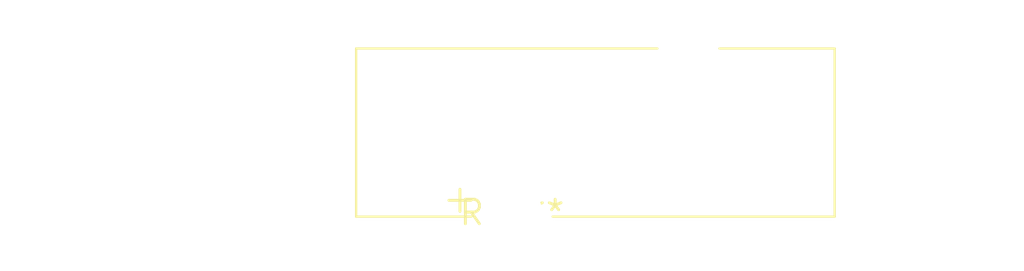
<source format=kicad_pcb>
(kicad_pcb (version 20240108) (generator pcbnew)
  (layers (0 "F.Cu" signal) (31 "B.Cu" signal) (34 "B.Paste" user) (35 "F.Paste" user) (36 "B.SilkS" user "B.Silkscreen") (37 "F.SilkS" user "F.Silkscreen") (38 "B.Mask" user) (39 "F.Mask" user) (44 "Edge.Cuts" user))
  (net 0 "")
  (footprint "Battery_Panasonic_CR2477-VCN_Vertical_CircularHoles" (layer "F.Cu") (at 0 0)
    (property "Reference" "REF**")
    (property "Value" "Battery_Panasonic_CR2477-VCN_Vertical_CircularHoles")
    (fp_line (start -8.085 -8.51) (end -8.085 0.21) (layer "F.SilkS") (stroke (width 0.12)))
    (fp_line (start -8.085 -8.51) (end 7.54 -8.51) (layer "F.SilkS") (stroke (width 0.12)))
    (fp_line (start -8.085 0.21) (end -2.11 0.21) (layer "F.SilkS") (stroke (width 0.12)))
    (fp_line (start 2.11 0.21) (end 16.735 0.21) (layer "F.SilkS") (stroke (width 0.12)))
    (fp_line (start 10.76 -8.51) (end 16.735 -8.51) (layer "F.SilkS") (stroke (width 0.12)))
    (fp_line (start 16.735 -8.51) (end 16.735 0.21) (layer "F.SilkS") (stroke (width 0.12)))
    (fp_text user "+" (at -2.7 -0.75 0) (layer "F.SilkS") (effects (font (size 1.5 1.5))))
    (pad "1" thru_hole rect (at 0 0) (size 3.7 3.7) (drill 3.12) (layers *.Cu *.Mask) (remove_unused_layers))
    (pad "2" thru_hole circle (at 9.15 -8.3) (size 2.7 2.7) (drill 2.12) (layers *.Cu *.Mask) (remove_unused_layers))
  )
)
</source>
